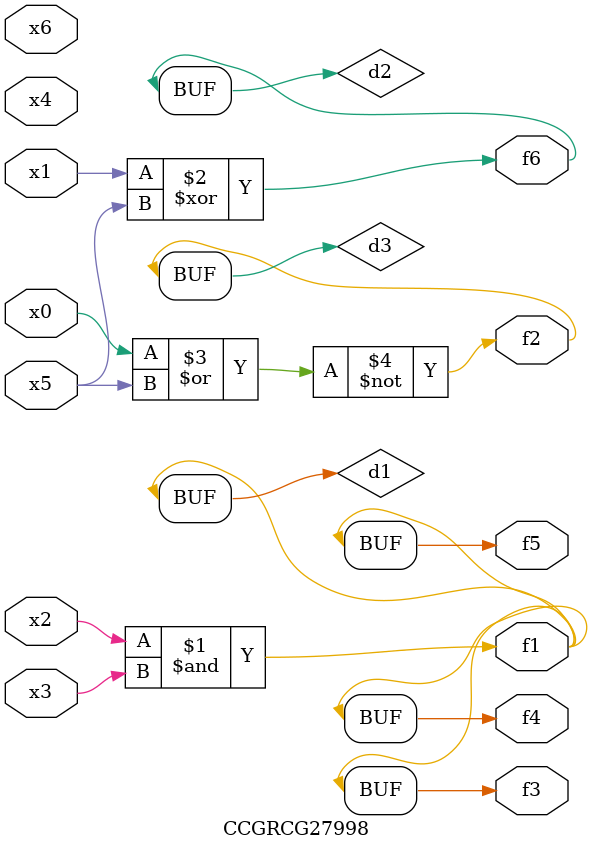
<source format=v>
module CCGRCG27998(
	input x0, x1, x2, x3, x4, x5, x6,
	output f1, f2, f3, f4, f5, f6
);

	wire d1, d2, d3;

	and (d1, x2, x3);
	xor (d2, x1, x5);
	nor (d3, x0, x5);
	assign f1 = d1;
	assign f2 = d3;
	assign f3 = d1;
	assign f4 = d1;
	assign f5 = d1;
	assign f6 = d2;
endmodule

</source>
